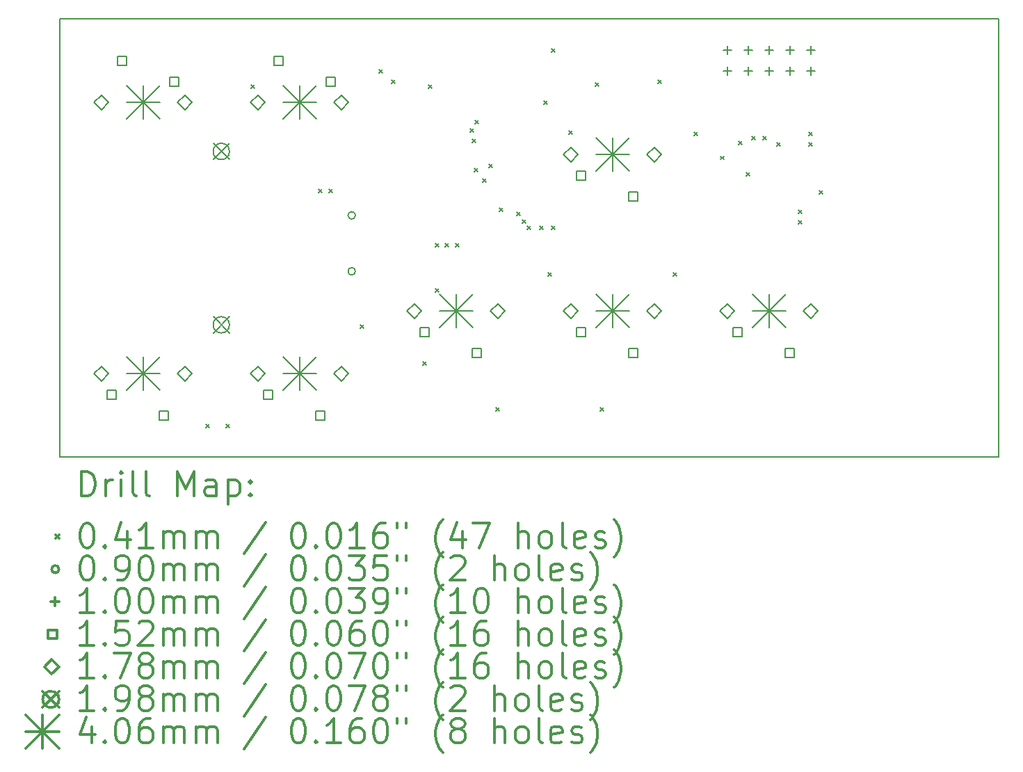
<source format=gbr>
%FSLAX45Y45*%
G04 Gerber Fmt 4.5, Leading zero omitted, Abs format (unit mm)*
G04 Created by KiCad (PCBNEW 4.0.4-stable) date 10/20/17 22:24:42*
%MOMM*%
%LPD*%
G01*
G04 APERTURE LIST*
%ADD10C,0.127000*%
%ADD11C,0.150000*%
%ADD12C,0.200000*%
%ADD13C,0.300000*%
G04 APERTURE END LIST*
D10*
D11*
X7874000Y-12827000D02*
X7874000Y-7493000D01*
X19304000Y-12827000D02*
X7874000Y-12827000D01*
X19304000Y-7493000D02*
X19304000Y-12827000D01*
X7874000Y-7493000D02*
X19304000Y-7493000D01*
D12*
X9655080Y-12425680D02*
X9695720Y-12466320D01*
X9695720Y-12425680D02*
X9655080Y-12466320D01*
X9903080Y-12425680D02*
X9943720Y-12466320D01*
X9943720Y-12425680D02*
X9903080Y-12466320D01*
X10203180Y-8298180D02*
X10243820Y-8338820D01*
X10243820Y-8298180D02*
X10203180Y-8338820D01*
X11028680Y-9568180D02*
X11069320Y-9608820D01*
X11069320Y-9568180D02*
X11028680Y-9608820D01*
X11155680Y-9568180D02*
X11196320Y-9608820D01*
X11196320Y-9568180D02*
X11155680Y-9608820D01*
X11536680Y-11219180D02*
X11577320Y-11259820D01*
X11577320Y-11219180D02*
X11536680Y-11259820D01*
X11765280Y-8107680D02*
X11805920Y-8148320D01*
X11805920Y-8107680D02*
X11765280Y-8148320D01*
X11917680Y-8234680D02*
X11958320Y-8275320D01*
X11958320Y-8234680D02*
X11917680Y-8275320D01*
X12298680Y-11663680D02*
X12339320Y-11704320D01*
X12339320Y-11663680D02*
X12298680Y-11704320D01*
X12362180Y-8298180D02*
X12402820Y-8338820D01*
X12402820Y-8298180D02*
X12362180Y-8338820D01*
X12451080Y-10228580D02*
X12491720Y-10269220D01*
X12491720Y-10228580D02*
X12451080Y-10269220D01*
X12451080Y-10774680D02*
X12491720Y-10815320D01*
X12491720Y-10774680D02*
X12451080Y-10815320D01*
X12565380Y-10228580D02*
X12606020Y-10269220D01*
X12606020Y-10228580D02*
X12565380Y-10269220D01*
X12692380Y-10228580D02*
X12733020Y-10269220D01*
X12733020Y-10228580D02*
X12692380Y-10269220D01*
X12870180Y-8831580D02*
X12910820Y-8872220D01*
X12910820Y-8831580D02*
X12870180Y-8872220D01*
X12895580Y-8958580D02*
X12936220Y-8999220D01*
X12936220Y-8958580D02*
X12895580Y-8999220D01*
X12920980Y-9314180D02*
X12961620Y-9354820D01*
X12961620Y-9314180D02*
X12920980Y-9354820D01*
X12933680Y-8729980D02*
X12974320Y-8770620D01*
X12974320Y-8729980D02*
X12933680Y-8770620D01*
X13022580Y-9441180D02*
X13063220Y-9481820D01*
X13063220Y-9441180D02*
X13022580Y-9481820D01*
X13098780Y-9263380D02*
X13139420Y-9304020D01*
X13139420Y-9263380D02*
X13098780Y-9304020D01*
X13187680Y-12222480D02*
X13228320Y-12263120D01*
X13228320Y-12222480D02*
X13187680Y-12263120D01*
X13225780Y-9796780D02*
X13266420Y-9837420D01*
X13266420Y-9796780D02*
X13225780Y-9837420D01*
X13441680Y-9847580D02*
X13482320Y-9888220D01*
X13482320Y-9847580D02*
X13441680Y-9888220D01*
X13505180Y-9936480D02*
X13545820Y-9977120D01*
X13545820Y-9936480D02*
X13505180Y-9977120D01*
X13568680Y-10012680D02*
X13609320Y-10053320D01*
X13609320Y-10012680D02*
X13568680Y-10053320D01*
X13721080Y-10012680D02*
X13761720Y-10053320D01*
X13761720Y-10012680D02*
X13721080Y-10053320D01*
X13771880Y-8488680D02*
X13812520Y-8529320D01*
X13812520Y-8488680D02*
X13771880Y-8529320D01*
X13822680Y-10584180D02*
X13863320Y-10624820D01*
X13863320Y-10584180D02*
X13822680Y-10624820D01*
X13860780Y-7853680D02*
X13901420Y-7894320D01*
X13901420Y-7853680D02*
X13860780Y-7894320D01*
X13860780Y-10013950D02*
X13901420Y-10054590D01*
X13901420Y-10013950D02*
X13860780Y-10054590D01*
X14076680Y-8856980D02*
X14117320Y-8897620D01*
X14117320Y-8856980D02*
X14076680Y-8897620D01*
X14394180Y-8272780D02*
X14434820Y-8313420D01*
X14434820Y-8272780D02*
X14394180Y-8313420D01*
X14457680Y-12222480D02*
X14498320Y-12263120D01*
X14498320Y-12222480D02*
X14457680Y-12263120D01*
X15156180Y-8234680D02*
X15196820Y-8275320D01*
X15196820Y-8234680D02*
X15156180Y-8275320D01*
X15346680Y-10584180D02*
X15387320Y-10624820D01*
X15387320Y-10584180D02*
X15346680Y-10624820D01*
X15600680Y-8869680D02*
X15641320Y-8910320D01*
X15641320Y-8869680D02*
X15600680Y-8910320D01*
X15918180Y-9163134D02*
X15958820Y-9203774D01*
X15958820Y-9163134D02*
X15918180Y-9203774D01*
X16140430Y-8977630D02*
X16181070Y-9018270D01*
X16181070Y-8977630D02*
X16140430Y-9018270D01*
X16235680Y-9364980D02*
X16276320Y-9405620D01*
X16276320Y-9364980D02*
X16235680Y-9405620D01*
X16301021Y-8921585D02*
X16341661Y-8962225D01*
X16341661Y-8921585D02*
X16301021Y-8962225D01*
X16438880Y-8919660D02*
X16479520Y-8960300D01*
X16479520Y-8919660D02*
X16438880Y-8960300D01*
X16603980Y-8996680D02*
X16644620Y-9037320D01*
X16644620Y-8996680D02*
X16603980Y-9037320D01*
X16870680Y-9822180D02*
X16911320Y-9862820D01*
X16911320Y-9822180D02*
X16870680Y-9862820D01*
X16870680Y-9949180D02*
X16911320Y-9989820D01*
X16911320Y-9949180D02*
X16870680Y-9989820D01*
X16997680Y-8869680D02*
X17038320Y-8910320D01*
X17038320Y-8869680D02*
X16997680Y-8910320D01*
X16997680Y-8996680D02*
X17038320Y-9037320D01*
X17038320Y-8996680D02*
X16997680Y-9037320D01*
X17124680Y-9580880D02*
X17165320Y-9621520D01*
X17165320Y-9580880D02*
X17124680Y-9621520D01*
X11475000Y-9883500D02*
G75*
G03X11475000Y-9883500I-45000J0D01*
G01*
X11475000Y-10563500D02*
G75*
G03X11475000Y-10563500I-45000J0D01*
G01*
X16002000Y-7824000D02*
X16002000Y-7924000D01*
X15952000Y-7874000D02*
X16052000Y-7874000D01*
X16002000Y-8078000D02*
X16002000Y-8178000D01*
X15952000Y-8128000D02*
X16052000Y-8128000D01*
X16256000Y-7824000D02*
X16256000Y-7924000D01*
X16206000Y-7874000D02*
X16306000Y-7874000D01*
X16256000Y-8078000D02*
X16256000Y-8178000D01*
X16206000Y-8128000D02*
X16306000Y-8128000D01*
X16510000Y-7824000D02*
X16510000Y-7924000D01*
X16460000Y-7874000D02*
X16560000Y-7874000D01*
X16510000Y-8078000D02*
X16510000Y-8178000D01*
X16460000Y-8128000D02*
X16560000Y-8128000D01*
X16764000Y-7824000D02*
X16764000Y-7924000D01*
X16714000Y-7874000D02*
X16814000Y-7874000D01*
X16764000Y-8078000D02*
X16764000Y-8178000D01*
X16714000Y-8128000D02*
X16814000Y-8128000D01*
X17018000Y-7824000D02*
X17018000Y-7924000D01*
X16968000Y-7874000D02*
X17068000Y-7874000D01*
X17018000Y-8078000D02*
X17018000Y-8178000D01*
X16968000Y-8128000D02*
X17068000Y-8128000D01*
X8562882Y-12118882D02*
X8562882Y-12011118D01*
X8455118Y-12011118D01*
X8455118Y-12118882D01*
X8562882Y-12118882D01*
X8689882Y-8054882D02*
X8689882Y-7947118D01*
X8582118Y-7947118D01*
X8582118Y-8054882D01*
X8689882Y-8054882D01*
X9197882Y-12372882D02*
X9197882Y-12265118D01*
X9090118Y-12265118D01*
X9090118Y-12372882D01*
X9197882Y-12372882D01*
X9324882Y-8308882D02*
X9324882Y-8201118D01*
X9217118Y-8201118D01*
X9217118Y-8308882D01*
X9324882Y-8308882D01*
X10467882Y-12118882D02*
X10467882Y-12011118D01*
X10360118Y-12011118D01*
X10360118Y-12118882D01*
X10467882Y-12118882D01*
X10594882Y-8054882D02*
X10594882Y-7947118D01*
X10487118Y-7947118D01*
X10487118Y-8054882D01*
X10594882Y-8054882D01*
X11102882Y-12372882D02*
X11102882Y-12265118D01*
X10995118Y-12265118D01*
X10995118Y-12372882D01*
X11102882Y-12372882D01*
X11229882Y-8308882D02*
X11229882Y-8201118D01*
X11122118Y-8201118D01*
X11122118Y-8308882D01*
X11229882Y-8308882D01*
X12372882Y-11356882D02*
X12372882Y-11249118D01*
X12265118Y-11249118D01*
X12265118Y-11356882D01*
X12372882Y-11356882D01*
X13007882Y-11610882D02*
X13007882Y-11503118D01*
X12900118Y-11503118D01*
X12900118Y-11610882D01*
X13007882Y-11610882D01*
X14277882Y-9451882D02*
X14277882Y-9344118D01*
X14170118Y-9344118D01*
X14170118Y-9451882D01*
X14277882Y-9451882D01*
X14277882Y-11356882D02*
X14277882Y-11249118D01*
X14170118Y-11249118D01*
X14170118Y-11356882D01*
X14277882Y-11356882D01*
X14912882Y-9705882D02*
X14912882Y-9598118D01*
X14805118Y-9598118D01*
X14805118Y-9705882D01*
X14912882Y-9705882D01*
X14912882Y-11610882D02*
X14912882Y-11503118D01*
X14805118Y-11503118D01*
X14805118Y-11610882D01*
X14912882Y-11610882D01*
X16182882Y-11356882D02*
X16182882Y-11249118D01*
X16075118Y-11249118D01*
X16075118Y-11356882D01*
X16182882Y-11356882D01*
X16817882Y-11610882D02*
X16817882Y-11503118D01*
X16710118Y-11503118D01*
X16710118Y-11610882D01*
X16817882Y-11610882D01*
X8382000Y-8597900D02*
X8470900Y-8509000D01*
X8382000Y-8420100D01*
X8293100Y-8509000D01*
X8382000Y-8597900D01*
X8382000Y-11899900D02*
X8470900Y-11811000D01*
X8382000Y-11722100D01*
X8293100Y-11811000D01*
X8382000Y-11899900D01*
X9398000Y-8597900D02*
X9486900Y-8509000D01*
X9398000Y-8420100D01*
X9309100Y-8509000D01*
X9398000Y-8597900D01*
X9398000Y-11899900D02*
X9486900Y-11811000D01*
X9398000Y-11722100D01*
X9309100Y-11811000D01*
X9398000Y-11899900D01*
X10287000Y-8597900D02*
X10375900Y-8509000D01*
X10287000Y-8420100D01*
X10198100Y-8509000D01*
X10287000Y-8597900D01*
X10287000Y-11899900D02*
X10375900Y-11811000D01*
X10287000Y-11722100D01*
X10198100Y-11811000D01*
X10287000Y-11899900D01*
X11303000Y-8597900D02*
X11391900Y-8509000D01*
X11303000Y-8420100D01*
X11214100Y-8509000D01*
X11303000Y-8597900D01*
X11303000Y-11899900D02*
X11391900Y-11811000D01*
X11303000Y-11722100D01*
X11214100Y-11811000D01*
X11303000Y-11899900D01*
X12192000Y-11137900D02*
X12280900Y-11049000D01*
X12192000Y-10960100D01*
X12103100Y-11049000D01*
X12192000Y-11137900D01*
X13208000Y-11137900D02*
X13296900Y-11049000D01*
X13208000Y-10960100D01*
X13119100Y-11049000D01*
X13208000Y-11137900D01*
X14097000Y-9232900D02*
X14185900Y-9144000D01*
X14097000Y-9055100D01*
X14008100Y-9144000D01*
X14097000Y-9232900D01*
X14097000Y-11137900D02*
X14185900Y-11049000D01*
X14097000Y-10960100D01*
X14008100Y-11049000D01*
X14097000Y-11137900D01*
X15113000Y-9232900D02*
X15201900Y-9144000D01*
X15113000Y-9055100D01*
X15024100Y-9144000D01*
X15113000Y-9232900D01*
X15113000Y-11137900D02*
X15201900Y-11049000D01*
X15113000Y-10960100D01*
X15024100Y-11049000D01*
X15113000Y-11137900D01*
X16002000Y-11137900D02*
X16090900Y-11049000D01*
X16002000Y-10960100D01*
X15913100Y-11049000D01*
X16002000Y-11137900D01*
X17018000Y-11137900D02*
X17106900Y-11049000D01*
X17018000Y-10960100D01*
X16929100Y-11049000D01*
X17018000Y-11137900D01*
X9743440Y-9005570D02*
X9941560Y-9203690D01*
X9941560Y-9005570D02*
X9743440Y-9203690D01*
X9941560Y-9104630D02*
G75*
G03X9941560Y-9104630I-99060J0D01*
G01*
X9743440Y-11116310D02*
X9941560Y-11314430D01*
X9941560Y-11116310D02*
X9743440Y-11314430D01*
X9941560Y-11215370D02*
G75*
G03X9941560Y-11215370I-99060J0D01*
G01*
X8686800Y-8305800D02*
X9093200Y-8712200D01*
X9093200Y-8305800D02*
X8686800Y-8712200D01*
X8890000Y-8305800D02*
X8890000Y-8712200D01*
X8686800Y-8509000D02*
X9093200Y-8509000D01*
X8686800Y-11607800D02*
X9093200Y-12014200D01*
X9093200Y-11607800D02*
X8686800Y-12014200D01*
X8890000Y-11607800D02*
X8890000Y-12014200D01*
X8686800Y-11811000D02*
X9093200Y-11811000D01*
X10591800Y-8305800D02*
X10998200Y-8712200D01*
X10998200Y-8305800D02*
X10591800Y-8712200D01*
X10795000Y-8305800D02*
X10795000Y-8712200D01*
X10591800Y-8509000D02*
X10998200Y-8509000D01*
X10591800Y-11607800D02*
X10998200Y-12014200D01*
X10998200Y-11607800D02*
X10591800Y-12014200D01*
X10795000Y-11607800D02*
X10795000Y-12014200D01*
X10591800Y-11811000D02*
X10998200Y-11811000D01*
X12496800Y-10845800D02*
X12903200Y-11252200D01*
X12903200Y-10845800D02*
X12496800Y-11252200D01*
X12700000Y-10845800D02*
X12700000Y-11252200D01*
X12496800Y-11049000D02*
X12903200Y-11049000D01*
X14401800Y-8940800D02*
X14808200Y-9347200D01*
X14808200Y-8940800D02*
X14401800Y-9347200D01*
X14605000Y-8940800D02*
X14605000Y-9347200D01*
X14401800Y-9144000D02*
X14808200Y-9144000D01*
X14401800Y-10845800D02*
X14808200Y-11252200D01*
X14808200Y-10845800D02*
X14401800Y-11252200D01*
X14605000Y-10845800D02*
X14605000Y-11252200D01*
X14401800Y-11049000D02*
X14808200Y-11049000D01*
X16306800Y-10845800D02*
X16713200Y-11252200D01*
X16713200Y-10845800D02*
X16306800Y-11252200D01*
X16510000Y-10845800D02*
X16510000Y-11252200D01*
X16306800Y-11049000D02*
X16713200Y-11049000D01*
D13*
X8137928Y-13300214D02*
X8137928Y-13000214D01*
X8209357Y-13000214D01*
X8252214Y-13014500D01*
X8280786Y-13043071D01*
X8295071Y-13071643D01*
X8309357Y-13128786D01*
X8309357Y-13171643D01*
X8295071Y-13228786D01*
X8280786Y-13257357D01*
X8252214Y-13285929D01*
X8209357Y-13300214D01*
X8137928Y-13300214D01*
X8437929Y-13300214D02*
X8437929Y-13100214D01*
X8437929Y-13157357D02*
X8452214Y-13128786D01*
X8466500Y-13114500D01*
X8495071Y-13100214D01*
X8523643Y-13100214D01*
X8623643Y-13300214D02*
X8623643Y-13100214D01*
X8623643Y-13000214D02*
X8609357Y-13014500D01*
X8623643Y-13028786D01*
X8637929Y-13014500D01*
X8623643Y-13000214D01*
X8623643Y-13028786D01*
X8809357Y-13300214D02*
X8780786Y-13285929D01*
X8766500Y-13257357D01*
X8766500Y-13000214D01*
X8966500Y-13300214D02*
X8937929Y-13285929D01*
X8923643Y-13257357D01*
X8923643Y-13000214D01*
X9309357Y-13300214D02*
X9309357Y-13000214D01*
X9409357Y-13214500D01*
X9509357Y-13000214D01*
X9509357Y-13300214D01*
X9780786Y-13300214D02*
X9780786Y-13143071D01*
X9766500Y-13114500D01*
X9737929Y-13100214D01*
X9680786Y-13100214D01*
X9652214Y-13114500D01*
X9780786Y-13285929D02*
X9752214Y-13300214D01*
X9680786Y-13300214D01*
X9652214Y-13285929D01*
X9637929Y-13257357D01*
X9637929Y-13228786D01*
X9652214Y-13200214D01*
X9680786Y-13185929D01*
X9752214Y-13185929D01*
X9780786Y-13171643D01*
X9923643Y-13100214D02*
X9923643Y-13400214D01*
X9923643Y-13114500D02*
X9952214Y-13100214D01*
X10009357Y-13100214D01*
X10037929Y-13114500D01*
X10052214Y-13128786D01*
X10066500Y-13157357D01*
X10066500Y-13243071D01*
X10052214Y-13271643D01*
X10037929Y-13285929D01*
X10009357Y-13300214D01*
X9952214Y-13300214D01*
X9923643Y-13285929D01*
X10195071Y-13271643D02*
X10209357Y-13285929D01*
X10195071Y-13300214D01*
X10180786Y-13285929D01*
X10195071Y-13271643D01*
X10195071Y-13300214D01*
X10195071Y-13114500D02*
X10209357Y-13128786D01*
X10195071Y-13143071D01*
X10180786Y-13128786D01*
X10195071Y-13114500D01*
X10195071Y-13143071D01*
X7825860Y-13774180D02*
X7866500Y-13814820D01*
X7866500Y-13774180D02*
X7825860Y-13814820D01*
X8195071Y-13630214D02*
X8223643Y-13630214D01*
X8252214Y-13644500D01*
X8266500Y-13658786D01*
X8280786Y-13687357D01*
X8295071Y-13744500D01*
X8295071Y-13815929D01*
X8280786Y-13873071D01*
X8266500Y-13901643D01*
X8252214Y-13915929D01*
X8223643Y-13930214D01*
X8195071Y-13930214D01*
X8166500Y-13915929D01*
X8152214Y-13901643D01*
X8137928Y-13873071D01*
X8123643Y-13815929D01*
X8123643Y-13744500D01*
X8137928Y-13687357D01*
X8152214Y-13658786D01*
X8166500Y-13644500D01*
X8195071Y-13630214D01*
X8423643Y-13901643D02*
X8437929Y-13915929D01*
X8423643Y-13930214D01*
X8409357Y-13915929D01*
X8423643Y-13901643D01*
X8423643Y-13930214D01*
X8695071Y-13730214D02*
X8695071Y-13930214D01*
X8623643Y-13615929D02*
X8552214Y-13830214D01*
X8737928Y-13830214D01*
X9009357Y-13930214D02*
X8837929Y-13930214D01*
X8923643Y-13930214D02*
X8923643Y-13630214D01*
X8895071Y-13673071D01*
X8866500Y-13701643D01*
X8837929Y-13715929D01*
X9137929Y-13930214D02*
X9137929Y-13730214D01*
X9137929Y-13758786D02*
X9152214Y-13744500D01*
X9180786Y-13730214D01*
X9223643Y-13730214D01*
X9252214Y-13744500D01*
X9266500Y-13773071D01*
X9266500Y-13930214D01*
X9266500Y-13773071D02*
X9280786Y-13744500D01*
X9309357Y-13730214D01*
X9352214Y-13730214D01*
X9380786Y-13744500D01*
X9395071Y-13773071D01*
X9395071Y-13930214D01*
X9537929Y-13930214D02*
X9537929Y-13730214D01*
X9537929Y-13758786D02*
X9552214Y-13744500D01*
X9580786Y-13730214D01*
X9623643Y-13730214D01*
X9652214Y-13744500D01*
X9666500Y-13773071D01*
X9666500Y-13930214D01*
X9666500Y-13773071D02*
X9680786Y-13744500D01*
X9709357Y-13730214D01*
X9752214Y-13730214D01*
X9780786Y-13744500D01*
X9795071Y-13773071D01*
X9795071Y-13930214D01*
X10380786Y-13615929D02*
X10123643Y-14001643D01*
X10766500Y-13630214D02*
X10795071Y-13630214D01*
X10823643Y-13644500D01*
X10837928Y-13658786D01*
X10852214Y-13687357D01*
X10866500Y-13744500D01*
X10866500Y-13815929D01*
X10852214Y-13873071D01*
X10837928Y-13901643D01*
X10823643Y-13915929D01*
X10795071Y-13930214D01*
X10766500Y-13930214D01*
X10737928Y-13915929D01*
X10723643Y-13901643D01*
X10709357Y-13873071D01*
X10695071Y-13815929D01*
X10695071Y-13744500D01*
X10709357Y-13687357D01*
X10723643Y-13658786D01*
X10737928Y-13644500D01*
X10766500Y-13630214D01*
X10995071Y-13901643D02*
X11009357Y-13915929D01*
X10995071Y-13930214D01*
X10980786Y-13915929D01*
X10995071Y-13901643D01*
X10995071Y-13930214D01*
X11195071Y-13630214D02*
X11223643Y-13630214D01*
X11252214Y-13644500D01*
X11266500Y-13658786D01*
X11280785Y-13687357D01*
X11295071Y-13744500D01*
X11295071Y-13815929D01*
X11280785Y-13873071D01*
X11266500Y-13901643D01*
X11252214Y-13915929D01*
X11223643Y-13930214D01*
X11195071Y-13930214D01*
X11166500Y-13915929D01*
X11152214Y-13901643D01*
X11137928Y-13873071D01*
X11123643Y-13815929D01*
X11123643Y-13744500D01*
X11137928Y-13687357D01*
X11152214Y-13658786D01*
X11166500Y-13644500D01*
X11195071Y-13630214D01*
X11580785Y-13930214D02*
X11409357Y-13930214D01*
X11495071Y-13930214D02*
X11495071Y-13630214D01*
X11466500Y-13673071D01*
X11437928Y-13701643D01*
X11409357Y-13715929D01*
X11837928Y-13630214D02*
X11780785Y-13630214D01*
X11752214Y-13644500D01*
X11737928Y-13658786D01*
X11709357Y-13701643D01*
X11695071Y-13758786D01*
X11695071Y-13873071D01*
X11709357Y-13901643D01*
X11723643Y-13915929D01*
X11752214Y-13930214D01*
X11809357Y-13930214D01*
X11837928Y-13915929D01*
X11852214Y-13901643D01*
X11866500Y-13873071D01*
X11866500Y-13801643D01*
X11852214Y-13773071D01*
X11837928Y-13758786D01*
X11809357Y-13744500D01*
X11752214Y-13744500D01*
X11723643Y-13758786D01*
X11709357Y-13773071D01*
X11695071Y-13801643D01*
X11980786Y-13630214D02*
X11980786Y-13687357D01*
X12095071Y-13630214D02*
X12095071Y-13687357D01*
X12537928Y-14044500D02*
X12523643Y-14030214D01*
X12495071Y-13987357D01*
X12480785Y-13958786D01*
X12466500Y-13915929D01*
X12452214Y-13844500D01*
X12452214Y-13787357D01*
X12466500Y-13715929D01*
X12480785Y-13673071D01*
X12495071Y-13644500D01*
X12523643Y-13601643D01*
X12537928Y-13587357D01*
X12780785Y-13730214D02*
X12780785Y-13930214D01*
X12709357Y-13615929D02*
X12637928Y-13830214D01*
X12823643Y-13830214D01*
X12909357Y-13630214D02*
X13109357Y-13630214D01*
X12980785Y-13930214D01*
X13452214Y-13930214D02*
X13452214Y-13630214D01*
X13580785Y-13930214D02*
X13580785Y-13773071D01*
X13566500Y-13744500D01*
X13537928Y-13730214D01*
X13495071Y-13730214D01*
X13466500Y-13744500D01*
X13452214Y-13758786D01*
X13766500Y-13930214D02*
X13737928Y-13915929D01*
X13723643Y-13901643D01*
X13709357Y-13873071D01*
X13709357Y-13787357D01*
X13723643Y-13758786D01*
X13737928Y-13744500D01*
X13766500Y-13730214D01*
X13809357Y-13730214D01*
X13837928Y-13744500D01*
X13852214Y-13758786D01*
X13866500Y-13787357D01*
X13866500Y-13873071D01*
X13852214Y-13901643D01*
X13837928Y-13915929D01*
X13809357Y-13930214D01*
X13766500Y-13930214D01*
X14037928Y-13930214D02*
X14009357Y-13915929D01*
X13995071Y-13887357D01*
X13995071Y-13630214D01*
X14266500Y-13915929D02*
X14237928Y-13930214D01*
X14180786Y-13930214D01*
X14152214Y-13915929D01*
X14137928Y-13887357D01*
X14137928Y-13773071D01*
X14152214Y-13744500D01*
X14180786Y-13730214D01*
X14237928Y-13730214D01*
X14266500Y-13744500D01*
X14280786Y-13773071D01*
X14280786Y-13801643D01*
X14137928Y-13830214D01*
X14395071Y-13915929D02*
X14423643Y-13930214D01*
X14480786Y-13930214D01*
X14509357Y-13915929D01*
X14523643Y-13887357D01*
X14523643Y-13873071D01*
X14509357Y-13844500D01*
X14480786Y-13830214D01*
X14437928Y-13830214D01*
X14409357Y-13815929D01*
X14395071Y-13787357D01*
X14395071Y-13773071D01*
X14409357Y-13744500D01*
X14437928Y-13730214D01*
X14480786Y-13730214D01*
X14509357Y-13744500D01*
X14623643Y-14044500D02*
X14637928Y-14030214D01*
X14666500Y-13987357D01*
X14680786Y-13958786D01*
X14695071Y-13915929D01*
X14709357Y-13844500D01*
X14709357Y-13787357D01*
X14695071Y-13715929D01*
X14680786Y-13673071D01*
X14666500Y-13644500D01*
X14637928Y-13601643D01*
X14623643Y-13587357D01*
X7866500Y-14190500D02*
G75*
G03X7866500Y-14190500I-45000J0D01*
G01*
X8195071Y-14026214D02*
X8223643Y-14026214D01*
X8252214Y-14040500D01*
X8266500Y-14054786D01*
X8280786Y-14083357D01*
X8295071Y-14140500D01*
X8295071Y-14211929D01*
X8280786Y-14269071D01*
X8266500Y-14297643D01*
X8252214Y-14311929D01*
X8223643Y-14326214D01*
X8195071Y-14326214D01*
X8166500Y-14311929D01*
X8152214Y-14297643D01*
X8137928Y-14269071D01*
X8123643Y-14211929D01*
X8123643Y-14140500D01*
X8137928Y-14083357D01*
X8152214Y-14054786D01*
X8166500Y-14040500D01*
X8195071Y-14026214D01*
X8423643Y-14297643D02*
X8437929Y-14311929D01*
X8423643Y-14326214D01*
X8409357Y-14311929D01*
X8423643Y-14297643D01*
X8423643Y-14326214D01*
X8580786Y-14326214D02*
X8637928Y-14326214D01*
X8666500Y-14311929D01*
X8680786Y-14297643D01*
X8709357Y-14254786D01*
X8723643Y-14197643D01*
X8723643Y-14083357D01*
X8709357Y-14054786D01*
X8695071Y-14040500D01*
X8666500Y-14026214D01*
X8609357Y-14026214D01*
X8580786Y-14040500D01*
X8566500Y-14054786D01*
X8552214Y-14083357D01*
X8552214Y-14154786D01*
X8566500Y-14183357D01*
X8580786Y-14197643D01*
X8609357Y-14211929D01*
X8666500Y-14211929D01*
X8695071Y-14197643D01*
X8709357Y-14183357D01*
X8723643Y-14154786D01*
X8909357Y-14026214D02*
X8937929Y-14026214D01*
X8966500Y-14040500D01*
X8980786Y-14054786D01*
X8995071Y-14083357D01*
X9009357Y-14140500D01*
X9009357Y-14211929D01*
X8995071Y-14269071D01*
X8980786Y-14297643D01*
X8966500Y-14311929D01*
X8937929Y-14326214D01*
X8909357Y-14326214D01*
X8880786Y-14311929D01*
X8866500Y-14297643D01*
X8852214Y-14269071D01*
X8837929Y-14211929D01*
X8837929Y-14140500D01*
X8852214Y-14083357D01*
X8866500Y-14054786D01*
X8880786Y-14040500D01*
X8909357Y-14026214D01*
X9137929Y-14326214D02*
X9137929Y-14126214D01*
X9137929Y-14154786D02*
X9152214Y-14140500D01*
X9180786Y-14126214D01*
X9223643Y-14126214D01*
X9252214Y-14140500D01*
X9266500Y-14169071D01*
X9266500Y-14326214D01*
X9266500Y-14169071D02*
X9280786Y-14140500D01*
X9309357Y-14126214D01*
X9352214Y-14126214D01*
X9380786Y-14140500D01*
X9395071Y-14169071D01*
X9395071Y-14326214D01*
X9537929Y-14326214D02*
X9537929Y-14126214D01*
X9537929Y-14154786D02*
X9552214Y-14140500D01*
X9580786Y-14126214D01*
X9623643Y-14126214D01*
X9652214Y-14140500D01*
X9666500Y-14169071D01*
X9666500Y-14326214D01*
X9666500Y-14169071D02*
X9680786Y-14140500D01*
X9709357Y-14126214D01*
X9752214Y-14126214D01*
X9780786Y-14140500D01*
X9795071Y-14169071D01*
X9795071Y-14326214D01*
X10380786Y-14011929D02*
X10123643Y-14397643D01*
X10766500Y-14026214D02*
X10795071Y-14026214D01*
X10823643Y-14040500D01*
X10837928Y-14054786D01*
X10852214Y-14083357D01*
X10866500Y-14140500D01*
X10866500Y-14211929D01*
X10852214Y-14269071D01*
X10837928Y-14297643D01*
X10823643Y-14311929D01*
X10795071Y-14326214D01*
X10766500Y-14326214D01*
X10737928Y-14311929D01*
X10723643Y-14297643D01*
X10709357Y-14269071D01*
X10695071Y-14211929D01*
X10695071Y-14140500D01*
X10709357Y-14083357D01*
X10723643Y-14054786D01*
X10737928Y-14040500D01*
X10766500Y-14026214D01*
X10995071Y-14297643D02*
X11009357Y-14311929D01*
X10995071Y-14326214D01*
X10980786Y-14311929D01*
X10995071Y-14297643D01*
X10995071Y-14326214D01*
X11195071Y-14026214D02*
X11223643Y-14026214D01*
X11252214Y-14040500D01*
X11266500Y-14054786D01*
X11280785Y-14083357D01*
X11295071Y-14140500D01*
X11295071Y-14211929D01*
X11280785Y-14269071D01*
X11266500Y-14297643D01*
X11252214Y-14311929D01*
X11223643Y-14326214D01*
X11195071Y-14326214D01*
X11166500Y-14311929D01*
X11152214Y-14297643D01*
X11137928Y-14269071D01*
X11123643Y-14211929D01*
X11123643Y-14140500D01*
X11137928Y-14083357D01*
X11152214Y-14054786D01*
X11166500Y-14040500D01*
X11195071Y-14026214D01*
X11395071Y-14026214D02*
X11580785Y-14026214D01*
X11480785Y-14140500D01*
X11523643Y-14140500D01*
X11552214Y-14154786D01*
X11566500Y-14169071D01*
X11580785Y-14197643D01*
X11580785Y-14269071D01*
X11566500Y-14297643D01*
X11552214Y-14311929D01*
X11523643Y-14326214D01*
X11437928Y-14326214D01*
X11409357Y-14311929D01*
X11395071Y-14297643D01*
X11852214Y-14026214D02*
X11709357Y-14026214D01*
X11695071Y-14169071D01*
X11709357Y-14154786D01*
X11737928Y-14140500D01*
X11809357Y-14140500D01*
X11837928Y-14154786D01*
X11852214Y-14169071D01*
X11866500Y-14197643D01*
X11866500Y-14269071D01*
X11852214Y-14297643D01*
X11837928Y-14311929D01*
X11809357Y-14326214D01*
X11737928Y-14326214D01*
X11709357Y-14311929D01*
X11695071Y-14297643D01*
X11980786Y-14026214D02*
X11980786Y-14083357D01*
X12095071Y-14026214D02*
X12095071Y-14083357D01*
X12537928Y-14440500D02*
X12523643Y-14426214D01*
X12495071Y-14383357D01*
X12480785Y-14354786D01*
X12466500Y-14311929D01*
X12452214Y-14240500D01*
X12452214Y-14183357D01*
X12466500Y-14111929D01*
X12480785Y-14069071D01*
X12495071Y-14040500D01*
X12523643Y-13997643D01*
X12537928Y-13983357D01*
X12637928Y-14054786D02*
X12652214Y-14040500D01*
X12680785Y-14026214D01*
X12752214Y-14026214D01*
X12780785Y-14040500D01*
X12795071Y-14054786D01*
X12809357Y-14083357D01*
X12809357Y-14111929D01*
X12795071Y-14154786D01*
X12623643Y-14326214D01*
X12809357Y-14326214D01*
X13166500Y-14326214D02*
X13166500Y-14026214D01*
X13295071Y-14326214D02*
X13295071Y-14169071D01*
X13280785Y-14140500D01*
X13252214Y-14126214D01*
X13209357Y-14126214D01*
X13180785Y-14140500D01*
X13166500Y-14154786D01*
X13480785Y-14326214D02*
X13452214Y-14311929D01*
X13437928Y-14297643D01*
X13423643Y-14269071D01*
X13423643Y-14183357D01*
X13437928Y-14154786D01*
X13452214Y-14140500D01*
X13480785Y-14126214D01*
X13523643Y-14126214D01*
X13552214Y-14140500D01*
X13566500Y-14154786D01*
X13580785Y-14183357D01*
X13580785Y-14269071D01*
X13566500Y-14297643D01*
X13552214Y-14311929D01*
X13523643Y-14326214D01*
X13480785Y-14326214D01*
X13752214Y-14326214D02*
X13723643Y-14311929D01*
X13709357Y-14283357D01*
X13709357Y-14026214D01*
X13980786Y-14311929D02*
X13952214Y-14326214D01*
X13895071Y-14326214D01*
X13866500Y-14311929D01*
X13852214Y-14283357D01*
X13852214Y-14169071D01*
X13866500Y-14140500D01*
X13895071Y-14126214D01*
X13952214Y-14126214D01*
X13980786Y-14140500D01*
X13995071Y-14169071D01*
X13995071Y-14197643D01*
X13852214Y-14226214D01*
X14109357Y-14311929D02*
X14137928Y-14326214D01*
X14195071Y-14326214D01*
X14223643Y-14311929D01*
X14237928Y-14283357D01*
X14237928Y-14269071D01*
X14223643Y-14240500D01*
X14195071Y-14226214D01*
X14152214Y-14226214D01*
X14123643Y-14211929D01*
X14109357Y-14183357D01*
X14109357Y-14169071D01*
X14123643Y-14140500D01*
X14152214Y-14126214D01*
X14195071Y-14126214D01*
X14223643Y-14140500D01*
X14337928Y-14440500D02*
X14352214Y-14426214D01*
X14380786Y-14383357D01*
X14395071Y-14354786D01*
X14409357Y-14311929D01*
X14423643Y-14240500D01*
X14423643Y-14183357D01*
X14409357Y-14111929D01*
X14395071Y-14069071D01*
X14380786Y-14040500D01*
X14352214Y-13997643D01*
X14337928Y-13983357D01*
X7816500Y-14536500D02*
X7816500Y-14636500D01*
X7766500Y-14586500D02*
X7866500Y-14586500D01*
X8295071Y-14722214D02*
X8123643Y-14722214D01*
X8209357Y-14722214D02*
X8209357Y-14422214D01*
X8180786Y-14465071D01*
X8152214Y-14493643D01*
X8123643Y-14507929D01*
X8423643Y-14693643D02*
X8437929Y-14707929D01*
X8423643Y-14722214D01*
X8409357Y-14707929D01*
X8423643Y-14693643D01*
X8423643Y-14722214D01*
X8623643Y-14422214D02*
X8652214Y-14422214D01*
X8680786Y-14436500D01*
X8695071Y-14450786D01*
X8709357Y-14479357D01*
X8723643Y-14536500D01*
X8723643Y-14607929D01*
X8709357Y-14665071D01*
X8695071Y-14693643D01*
X8680786Y-14707929D01*
X8652214Y-14722214D01*
X8623643Y-14722214D01*
X8595071Y-14707929D01*
X8580786Y-14693643D01*
X8566500Y-14665071D01*
X8552214Y-14607929D01*
X8552214Y-14536500D01*
X8566500Y-14479357D01*
X8580786Y-14450786D01*
X8595071Y-14436500D01*
X8623643Y-14422214D01*
X8909357Y-14422214D02*
X8937929Y-14422214D01*
X8966500Y-14436500D01*
X8980786Y-14450786D01*
X8995071Y-14479357D01*
X9009357Y-14536500D01*
X9009357Y-14607929D01*
X8995071Y-14665071D01*
X8980786Y-14693643D01*
X8966500Y-14707929D01*
X8937929Y-14722214D01*
X8909357Y-14722214D01*
X8880786Y-14707929D01*
X8866500Y-14693643D01*
X8852214Y-14665071D01*
X8837929Y-14607929D01*
X8837929Y-14536500D01*
X8852214Y-14479357D01*
X8866500Y-14450786D01*
X8880786Y-14436500D01*
X8909357Y-14422214D01*
X9137929Y-14722214D02*
X9137929Y-14522214D01*
X9137929Y-14550786D02*
X9152214Y-14536500D01*
X9180786Y-14522214D01*
X9223643Y-14522214D01*
X9252214Y-14536500D01*
X9266500Y-14565071D01*
X9266500Y-14722214D01*
X9266500Y-14565071D02*
X9280786Y-14536500D01*
X9309357Y-14522214D01*
X9352214Y-14522214D01*
X9380786Y-14536500D01*
X9395071Y-14565071D01*
X9395071Y-14722214D01*
X9537929Y-14722214D02*
X9537929Y-14522214D01*
X9537929Y-14550786D02*
X9552214Y-14536500D01*
X9580786Y-14522214D01*
X9623643Y-14522214D01*
X9652214Y-14536500D01*
X9666500Y-14565071D01*
X9666500Y-14722214D01*
X9666500Y-14565071D02*
X9680786Y-14536500D01*
X9709357Y-14522214D01*
X9752214Y-14522214D01*
X9780786Y-14536500D01*
X9795071Y-14565071D01*
X9795071Y-14722214D01*
X10380786Y-14407929D02*
X10123643Y-14793643D01*
X10766500Y-14422214D02*
X10795071Y-14422214D01*
X10823643Y-14436500D01*
X10837928Y-14450786D01*
X10852214Y-14479357D01*
X10866500Y-14536500D01*
X10866500Y-14607929D01*
X10852214Y-14665071D01*
X10837928Y-14693643D01*
X10823643Y-14707929D01*
X10795071Y-14722214D01*
X10766500Y-14722214D01*
X10737928Y-14707929D01*
X10723643Y-14693643D01*
X10709357Y-14665071D01*
X10695071Y-14607929D01*
X10695071Y-14536500D01*
X10709357Y-14479357D01*
X10723643Y-14450786D01*
X10737928Y-14436500D01*
X10766500Y-14422214D01*
X10995071Y-14693643D02*
X11009357Y-14707929D01*
X10995071Y-14722214D01*
X10980786Y-14707929D01*
X10995071Y-14693643D01*
X10995071Y-14722214D01*
X11195071Y-14422214D02*
X11223643Y-14422214D01*
X11252214Y-14436500D01*
X11266500Y-14450786D01*
X11280785Y-14479357D01*
X11295071Y-14536500D01*
X11295071Y-14607929D01*
X11280785Y-14665071D01*
X11266500Y-14693643D01*
X11252214Y-14707929D01*
X11223643Y-14722214D01*
X11195071Y-14722214D01*
X11166500Y-14707929D01*
X11152214Y-14693643D01*
X11137928Y-14665071D01*
X11123643Y-14607929D01*
X11123643Y-14536500D01*
X11137928Y-14479357D01*
X11152214Y-14450786D01*
X11166500Y-14436500D01*
X11195071Y-14422214D01*
X11395071Y-14422214D02*
X11580785Y-14422214D01*
X11480785Y-14536500D01*
X11523643Y-14536500D01*
X11552214Y-14550786D01*
X11566500Y-14565071D01*
X11580785Y-14593643D01*
X11580785Y-14665071D01*
X11566500Y-14693643D01*
X11552214Y-14707929D01*
X11523643Y-14722214D01*
X11437928Y-14722214D01*
X11409357Y-14707929D01*
X11395071Y-14693643D01*
X11723643Y-14722214D02*
X11780785Y-14722214D01*
X11809357Y-14707929D01*
X11823643Y-14693643D01*
X11852214Y-14650786D01*
X11866500Y-14593643D01*
X11866500Y-14479357D01*
X11852214Y-14450786D01*
X11837928Y-14436500D01*
X11809357Y-14422214D01*
X11752214Y-14422214D01*
X11723643Y-14436500D01*
X11709357Y-14450786D01*
X11695071Y-14479357D01*
X11695071Y-14550786D01*
X11709357Y-14579357D01*
X11723643Y-14593643D01*
X11752214Y-14607929D01*
X11809357Y-14607929D01*
X11837928Y-14593643D01*
X11852214Y-14579357D01*
X11866500Y-14550786D01*
X11980786Y-14422214D02*
X11980786Y-14479357D01*
X12095071Y-14422214D02*
X12095071Y-14479357D01*
X12537928Y-14836500D02*
X12523643Y-14822214D01*
X12495071Y-14779357D01*
X12480785Y-14750786D01*
X12466500Y-14707929D01*
X12452214Y-14636500D01*
X12452214Y-14579357D01*
X12466500Y-14507929D01*
X12480785Y-14465071D01*
X12495071Y-14436500D01*
X12523643Y-14393643D01*
X12537928Y-14379357D01*
X12809357Y-14722214D02*
X12637928Y-14722214D01*
X12723643Y-14722214D02*
X12723643Y-14422214D01*
X12695071Y-14465071D01*
X12666500Y-14493643D01*
X12637928Y-14507929D01*
X12995071Y-14422214D02*
X13023643Y-14422214D01*
X13052214Y-14436500D01*
X13066500Y-14450786D01*
X13080785Y-14479357D01*
X13095071Y-14536500D01*
X13095071Y-14607929D01*
X13080785Y-14665071D01*
X13066500Y-14693643D01*
X13052214Y-14707929D01*
X13023643Y-14722214D01*
X12995071Y-14722214D01*
X12966500Y-14707929D01*
X12952214Y-14693643D01*
X12937928Y-14665071D01*
X12923643Y-14607929D01*
X12923643Y-14536500D01*
X12937928Y-14479357D01*
X12952214Y-14450786D01*
X12966500Y-14436500D01*
X12995071Y-14422214D01*
X13452214Y-14722214D02*
X13452214Y-14422214D01*
X13580785Y-14722214D02*
X13580785Y-14565071D01*
X13566500Y-14536500D01*
X13537928Y-14522214D01*
X13495071Y-14522214D01*
X13466500Y-14536500D01*
X13452214Y-14550786D01*
X13766500Y-14722214D02*
X13737928Y-14707929D01*
X13723643Y-14693643D01*
X13709357Y-14665071D01*
X13709357Y-14579357D01*
X13723643Y-14550786D01*
X13737928Y-14536500D01*
X13766500Y-14522214D01*
X13809357Y-14522214D01*
X13837928Y-14536500D01*
X13852214Y-14550786D01*
X13866500Y-14579357D01*
X13866500Y-14665071D01*
X13852214Y-14693643D01*
X13837928Y-14707929D01*
X13809357Y-14722214D01*
X13766500Y-14722214D01*
X14037928Y-14722214D02*
X14009357Y-14707929D01*
X13995071Y-14679357D01*
X13995071Y-14422214D01*
X14266500Y-14707929D02*
X14237928Y-14722214D01*
X14180786Y-14722214D01*
X14152214Y-14707929D01*
X14137928Y-14679357D01*
X14137928Y-14565071D01*
X14152214Y-14536500D01*
X14180786Y-14522214D01*
X14237928Y-14522214D01*
X14266500Y-14536500D01*
X14280786Y-14565071D01*
X14280786Y-14593643D01*
X14137928Y-14622214D01*
X14395071Y-14707929D02*
X14423643Y-14722214D01*
X14480786Y-14722214D01*
X14509357Y-14707929D01*
X14523643Y-14679357D01*
X14523643Y-14665071D01*
X14509357Y-14636500D01*
X14480786Y-14622214D01*
X14437928Y-14622214D01*
X14409357Y-14607929D01*
X14395071Y-14579357D01*
X14395071Y-14565071D01*
X14409357Y-14536500D01*
X14437928Y-14522214D01*
X14480786Y-14522214D01*
X14509357Y-14536500D01*
X14623643Y-14836500D02*
X14637928Y-14822214D01*
X14666500Y-14779357D01*
X14680786Y-14750786D01*
X14695071Y-14707929D01*
X14709357Y-14636500D01*
X14709357Y-14579357D01*
X14695071Y-14507929D01*
X14680786Y-14465071D01*
X14666500Y-14436500D01*
X14637928Y-14393643D01*
X14623643Y-14379357D01*
X7844182Y-15036382D02*
X7844182Y-14928618D01*
X7736418Y-14928618D01*
X7736418Y-15036382D01*
X7844182Y-15036382D01*
X8295071Y-15118214D02*
X8123643Y-15118214D01*
X8209357Y-15118214D02*
X8209357Y-14818214D01*
X8180786Y-14861071D01*
X8152214Y-14889643D01*
X8123643Y-14903929D01*
X8423643Y-15089643D02*
X8437929Y-15103929D01*
X8423643Y-15118214D01*
X8409357Y-15103929D01*
X8423643Y-15089643D01*
X8423643Y-15118214D01*
X8709357Y-14818214D02*
X8566500Y-14818214D01*
X8552214Y-14961071D01*
X8566500Y-14946786D01*
X8595071Y-14932500D01*
X8666500Y-14932500D01*
X8695071Y-14946786D01*
X8709357Y-14961071D01*
X8723643Y-14989643D01*
X8723643Y-15061071D01*
X8709357Y-15089643D01*
X8695071Y-15103929D01*
X8666500Y-15118214D01*
X8595071Y-15118214D01*
X8566500Y-15103929D01*
X8552214Y-15089643D01*
X8837929Y-14846786D02*
X8852214Y-14832500D01*
X8880786Y-14818214D01*
X8952214Y-14818214D01*
X8980786Y-14832500D01*
X8995071Y-14846786D01*
X9009357Y-14875357D01*
X9009357Y-14903929D01*
X8995071Y-14946786D01*
X8823643Y-15118214D01*
X9009357Y-15118214D01*
X9137929Y-15118214D02*
X9137929Y-14918214D01*
X9137929Y-14946786D02*
X9152214Y-14932500D01*
X9180786Y-14918214D01*
X9223643Y-14918214D01*
X9252214Y-14932500D01*
X9266500Y-14961071D01*
X9266500Y-15118214D01*
X9266500Y-14961071D02*
X9280786Y-14932500D01*
X9309357Y-14918214D01*
X9352214Y-14918214D01*
X9380786Y-14932500D01*
X9395071Y-14961071D01*
X9395071Y-15118214D01*
X9537929Y-15118214D02*
X9537929Y-14918214D01*
X9537929Y-14946786D02*
X9552214Y-14932500D01*
X9580786Y-14918214D01*
X9623643Y-14918214D01*
X9652214Y-14932500D01*
X9666500Y-14961071D01*
X9666500Y-15118214D01*
X9666500Y-14961071D02*
X9680786Y-14932500D01*
X9709357Y-14918214D01*
X9752214Y-14918214D01*
X9780786Y-14932500D01*
X9795071Y-14961071D01*
X9795071Y-15118214D01*
X10380786Y-14803929D02*
X10123643Y-15189643D01*
X10766500Y-14818214D02*
X10795071Y-14818214D01*
X10823643Y-14832500D01*
X10837928Y-14846786D01*
X10852214Y-14875357D01*
X10866500Y-14932500D01*
X10866500Y-15003929D01*
X10852214Y-15061071D01*
X10837928Y-15089643D01*
X10823643Y-15103929D01*
X10795071Y-15118214D01*
X10766500Y-15118214D01*
X10737928Y-15103929D01*
X10723643Y-15089643D01*
X10709357Y-15061071D01*
X10695071Y-15003929D01*
X10695071Y-14932500D01*
X10709357Y-14875357D01*
X10723643Y-14846786D01*
X10737928Y-14832500D01*
X10766500Y-14818214D01*
X10995071Y-15089643D02*
X11009357Y-15103929D01*
X10995071Y-15118214D01*
X10980786Y-15103929D01*
X10995071Y-15089643D01*
X10995071Y-15118214D01*
X11195071Y-14818214D02*
X11223643Y-14818214D01*
X11252214Y-14832500D01*
X11266500Y-14846786D01*
X11280785Y-14875357D01*
X11295071Y-14932500D01*
X11295071Y-15003929D01*
X11280785Y-15061071D01*
X11266500Y-15089643D01*
X11252214Y-15103929D01*
X11223643Y-15118214D01*
X11195071Y-15118214D01*
X11166500Y-15103929D01*
X11152214Y-15089643D01*
X11137928Y-15061071D01*
X11123643Y-15003929D01*
X11123643Y-14932500D01*
X11137928Y-14875357D01*
X11152214Y-14846786D01*
X11166500Y-14832500D01*
X11195071Y-14818214D01*
X11552214Y-14818214D02*
X11495071Y-14818214D01*
X11466500Y-14832500D01*
X11452214Y-14846786D01*
X11423643Y-14889643D01*
X11409357Y-14946786D01*
X11409357Y-15061071D01*
X11423643Y-15089643D01*
X11437928Y-15103929D01*
X11466500Y-15118214D01*
X11523643Y-15118214D01*
X11552214Y-15103929D01*
X11566500Y-15089643D01*
X11580785Y-15061071D01*
X11580785Y-14989643D01*
X11566500Y-14961071D01*
X11552214Y-14946786D01*
X11523643Y-14932500D01*
X11466500Y-14932500D01*
X11437928Y-14946786D01*
X11423643Y-14961071D01*
X11409357Y-14989643D01*
X11766500Y-14818214D02*
X11795071Y-14818214D01*
X11823643Y-14832500D01*
X11837928Y-14846786D01*
X11852214Y-14875357D01*
X11866500Y-14932500D01*
X11866500Y-15003929D01*
X11852214Y-15061071D01*
X11837928Y-15089643D01*
X11823643Y-15103929D01*
X11795071Y-15118214D01*
X11766500Y-15118214D01*
X11737928Y-15103929D01*
X11723643Y-15089643D01*
X11709357Y-15061071D01*
X11695071Y-15003929D01*
X11695071Y-14932500D01*
X11709357Y-14875357D01*
X11723643Y-14846786D01*
X11737928Y-14832500D01*
X11766500Y-14818214D01*
X11980786Y-14818214D02*
X11980786Y-14875357D01*
X12095071Y-14818214D02*
X12095071Y-14875357D01*
X12537928Y-15232500D02*
X12523643Y-15218214D01*
X12495071Y-15175357D01*
X12480785Y-15146786D01*
X12466500Y-15103929D01*
X12452214Y-15032500D01*
X12452214Y-14975357D01*
X12466500Y-14903929D01*
X12480785Y-14861071D01*
X12495071Y-14832500D01*
X12523643Y-14789643D01*
X12537928Y-14775357D01*
X12809357Y-15118214D02*
X12637928Y-15118214D01*
X12723643Y-15118214D02*
X12723643Y-14818214D01*
X12695071Y-14861071D01*
X12666500Y-14889643D01*
X12637928Y-14903929D01*
X13066500Y-14818214D02*
X13009357Y-14818214D01*
X12980785Y-14832500D01*
X12966500Y-14846786D01*
X12937928Y-14889643D01*
X12923643Y-14946786D01*
X12923643Y-15061071D01*
X12937928Y-15089643D01*
X12952214Y-15103929D01*
X12980785Y-15118214D01*
X13037928Y-15118214D01*
X13066500Y-15103929D01*
X13080785Y-15089643D01*
X13095071Y-15061071D01*
X13095071Y-14989643D01*
X13080785Y-14961071D01*
X13066500Y-14946786D01*
X13037928Y-14932500D01*
X12980785Y-14932500D01*
X12952214Y-14946786D01*
X12937928Y-14961071D01*
X12923643Y-14989643D01*
X13452214Y-15118214D02*
X13452214Y-14818214D01*
X13580785Y-15118214D02*
X13580785Y-14961071D01*
X13566500Y-14932500D01*
X13537928Y-14918214D01*
X13495071Y-14918214D01*
X13466500Y-14932500D01*
X13452214Y-14946786D01*
X13766500Y-15118214D02*
X13737928Y-15103929D01*
X13723643Y-15089643D01*
X13709357Y-15061071D01*
X13709357Y-14975357D01*
X13723643Y-14946786D01*
X13737928Y-14932500D01*
X13766500Y-14918214D01*
X13809357Y-14918214D01*
X13837928Y-14932500D01*
X13852214Y-14946786D01*
X13866500Y-14975357D01*
X13866500Y-15061071D01*
X13852214Y-15089643D01*
X13837928Y-15103929D01*
X13809357Y-15118214D01*
X13766500Y-15118214D01*
X14037928Y-15118214D02*
X14009357Y-15103929D01*
X13995071Y-15075357D01*
X13995071Y-14818214D01*
X14266500Y-15103929D02*
X14237928Y-15118214D01*
X14180786Y-15118214D01*
X14152214Y-15103929D01*
X14137928Y-15075357D01*
X14137928Y-14961071D01*
X14152214Y-14932500D01*
X14180786Y-14918214D01*
X14237928Y-14918214D01*
X14266500Y-14932500D01*
X14280786Y-14961071D01*
X14280786Y-14989643D01*
X14137928Y-15018214D01*
X14395071Y-15103929D02*
X14423643Y-15118214D01*
X14480786Y-15118214D01*
X14509357Y-15103929D01*
X14523643Y-15075357D01*
X14523643Y-15061071D01*
X14509357Y-15032500D01*
X14480786Y-15018214D01*
X14437928Y-15018214D01*
X14409357Y-15003929D01*
X14395071Y-14975357D01*
X14395071Y-14961071D01*
X14409357Y-14932500D01*
X14437928Y-14918214D01*
X14480786Y-14918214D01*
X14509357Y-14932500D01*
X14623643Y-15232500D02*
X14637928Y-15218214D01*
X14666500Y-15175357D01*
X14680786Y-15146786D01*
X14695071Y-15103929D01*
X14709357Y-15032500D01*
X14709357Y-14975357D01*
X14695071Y-14903929D01*
X14680786Y-14861071D01*
X14666500Y-14832500D01*
X14637928Y-14789643D01*
X14623643Y-14775357D01*
X7777600Y-15467400D02*
X7866500Y-15378500D01*
X7777600Y-15289600D01*
X7688700Y-15378500D01*
X7777600Y-15467400D01*
X8295071Y-15514214D02*
X8123643Y-15514214D01*
X8209357Y-15514214D02*
X8209357Y-15214214D01*
X8180786Y-15257071D01*
X8152214Y-15285643D01*
X8123643Y-15299929D01*
X8423643Y-15485643D02*
X8437929Y-15499929D01*
X8423643Y-15514214D01*
X8409357Y-15499929D01*
X8423643Y-15485643D01*
X8423643Y-15514214D01*
X8537928Y-15214214D02*
X8737928Y-15214214D01*
X8609357Y-15514214D01*
X8895071Y-15342786D02*
X8866500Y-15328500D01*
X8852214Y-15314214D01*
X8837929Y-15285643D01*
X8837929Y-15271357D01*
X8852214Y-15242786D01*
X8866500Y-15228500D01*
X8895071Y-15214214D01*
X8952214Y-15214214D01*
X8980786Y-15228500D01*
X8995071Y-15242786D01*
X9009357Y-15271357D01*
X9009357Y-15285643D01*
X8995071Y-15314214D01*
X8980786Y-15328500D01*
X8952214Y-15342786D01*
X8895071Y-15342786D01*
X8866500Y-15357071D01*
X8852214Y-15371357D01*
X8837929Y-15399929D01*
X8837929Y-15457071D01*
X8852214Y-15485643D01*
X8866500Y-15499929D01*
X8895071Y-15514214D01*
X8952214Y-15514214D01*
X8980786Y-15499929D01*
X8995071Y-15485643D01*
X9009357Y-15457071D01*
X9009357Y-15399929D01*
X8995071Y-15371357D01*
X8980786Y-15357071D01*
X8952214Y-15342786D01*
X9137929Y-15514214D02*
X9137929Y-15314214D01*
X9137929Y-15342786D02*
X9152214Y-15328500D01*
X9180786Y-15314214D01*
X9223643Y-15314214D01*
X9252214Y-15328500D01*
X9266500Y-15357071D01*
X9266500Y-15514214D01*
X9266500Y-15357071D02*
X9280786Y-15328500D01*
X9309357Y-15314214D01*
X9352214Y-15314214D01*
X9380786Y-15328500D01*
X9395071Y-15357071D01*
X9395071Y-15514214D01*
X9537929Y-15514214D02*
X9537929Y-15314214D01*
X9537929Y-15342786D02*
X9552214Y-15328500D01*
X9580786Y-15314214D01*
X9623643Y-15314214D01*
X9652214Y-15328500D01*
X9666500Y-15357071D01*
X9666500Y-15514214D01*
X9666500Y-15357071D02*
X9680786Y-15328500D01*
X9709357Y-15314214D01*
X9752214Y-15314214D01*
X9780786Y-15328500D01*
X9795071Y-15357071D01*
X9795071Y-15514214D01*
X10380786Y-15199929D02*
X10123643Y-15585643D01*
X10766500Y-15214214D02*
X10795071Y-15214214D01*
X10823643Y-15228500D01*
X10837928Y-15242786D01*
X10852214Y-15271357D01*
X10866500Y-15328500D01*
X10866500Y-15399929D01*
X10852214Y-15457071D01*
X10837928Y-15485643D01*
X10823643Y-15499929D01*
X10795071Y-15514214D01*
X10766500Y-15514214D01*
X10737928Y-15499929D01*
X10723643Y-15485643D01*
X10709357Y-15457071D01*
X10695071Y-15399929D01*
X10695071Y-15328500D01*
X10709357Y-15271357D01*
X10723643Y-15242786D01*
X10737928Y-15228500D01*
X10766500Y-15214214D01*
X10995071Y-15485643D02*
X11009357Y-15499929D01*
X10995071Y-15514214D01*
X10980786Y-15499929D01*
X10995071Y-15485643D01*
X10995071Y-15514214D01*
X11195071Y-15214214D02*
X11223643Y-15214214D01*
X11252214Y-15228500D01*
X11266500Y-15242786D01*
X11280785Y-15271357D01*
X11295071Y-15328500D01*
X11295071Y-15399929D01*
X11280785Y-15457071D01*
X11266500Y-15485643D01*
X11252214Y-15499929D01*
X11223643Y-15514214D01*
X11195071Y-15514214D01*
X11166500Y-15499929D01*
X11152214Y-15485643D01*
X11137928Y-15457071D01*
X11123643Y-15399929D01*
X11123643Y-15328500D01*
X11137928Y-15271357D01*
X11152214Y-15242786D01*
X11166500Y-15228500D01*
X11195071Y-15214214D01*
X11395071Y-15214214D02*
X11595071Y-15214214D01*
X11466500Y-15514214D01*
X11766500Y-15214214D02*
X11795071Y-15214214D01*
X11823643Y-15228500D01*
X11837928Y-15242786D01*
X11852214Y-15271357D01*
X11866500Y-15328500D01*
X11866500Y-15399929D01*
X11852214Y-15457071D01*
X11837928Y-15485643D01*
X11823643Y-15499929D01*
X11795071Y-15514214D01*
X11766500Y-15514214D01*
X11737928Y-15499929D01*
X11723643Y-15485643D01*
X11709357Y-15457071D01*
X11695071Y-15399929D01*
X11695071Y-15328500D01*
X11709357Y-15271357D01*
X11723643Y-15242786D01*
X11737928Y-15228500D01*
X11766500Y-15214214D01*
X11980786Y-15214214D02*
X11980786Y-15271357D01*
X12095071Y-15214214D02*
X12095071Y-15271357D01*
X12537928Y-15628500D02*
X12523643Y-15614214D01*
X12495071Y-15571357D01*
X12480785Y-15542786D01*
X12466500Y-15499929D01*
X12452214Y-15428500D01*
X12452214Y-15371357D01*
X12466500Y-15299929D01*
X12480785Y-15257071D01*
X12495071Y-15228500D01*
X12523643Y-15185643D01*
X12537928Y-15171357D01*
X12809357Y-15514214D02*
X12637928Y-15514214D01*
X12723643Y-15514214D02*
X12723643Y-15214214D01*
X12695071Y-15257071D01*
X12666500Y-15285643D01*
X12637928Y-15299929D01*
X13066500Y-15214214D02*
X13009357Y-15214214D01*
X12980785Y-15228500D01*
X12966500Y-15242786D01*
X12937928Y-15285643D01*
X12923643Y-15342786D01*
X12923643Y-15457071D01*
X12937928Y-15485643D01*
X12952214Y-15499929D01*
X12980785Y-15514214D01*
X13037928Y-15514214D01*
X13066500Y-15499929D01*
X13080785Y-15485643D01*
X13095071Y-15457071D01*
X13095071Y-15385643D01*
X13080785Y-15357071D01*
X13066500Y-15342786D01*
X13037928Y-15328500D01*
X12980785Y-15328500D01*
X12952214Y-15342786D01*
X12937928Y-15357071D01*
X12923643Y-15385643D01*
X13452214Y-15514214D02*
X13452214Y-15214214D01*
X13580785Y-15514214D02*
X13580785Y-15357071D01*
X13566500Y-15328500D01*
X13537928Y-15314214D01*
X13495071Y-15314214D01*
X13466500Y-15328500D01*
X13452214Y-15342786D01*
X13766500Y-15514214D02*
X13737928Y-15499929D01*
X13723643Y-15485643D01*
X13709357Y-15457071D01*
X13709357Y-15371357D01*
X13723643Y-15342786D01*
X13737928Y-15328500D01*
X13766500Y-15314214D01*
X13809357Y-15314214D01*
X13837928Y-15328500D01*
X13852214Y-15342786D01*
X13866500Y-15371357D01*
X13866500Y-15457071D01*
X13852214Y-15485643D01*
X13837928Y-15499929D01*
X13809357Y-15514214D01*
X13766500Y-15514214D01*
X14037928Y-15514214D02*
X14009357Y-15499929D01*
X13995071Y-15471357D01*
X13995071Y-15214214D01*
X14266500Y-15499929D02*
X14237928Y-15514214D01*
X14180786Y-15514214D01*
X14152214Y-15499929D01*
X14137928Y-15471357D01*
X14137928Y-15357071D01*
X14152214Y-15328500D01*
X14180786Y-15314214D01*
X14237928Y-15314214D01*
X14266500Y-15328500D01*
X14280786Y-15357071D01*
X14280786Y-15385643D01*
X14137928Y-15414214D01*
X14395071Y-15499929D02*
X14423643Y-15514214D01*
X14480786Y-15514214D01*
X14509357Y-15499929D01*
X14523643Y-15471357D01*
X14523643Y-15457071D01*
X14509357Y-15428500D01*
X14480786Y-15414214D01*
X14437928Y-15414214D01*
X14409357Y-15399929D01*
X14395071Y-15371357D01*
X14395071Y-15357071D01*
X14409357Y-15328500D01*
X14437928Y-15314214D01*
X14480786Y-15314214D01*
X14509357Y-15328500D01*
X14623643Y-15628500D02*
X14637928Y-15614214D01*
X14666500Y-15571357D01*
X14680786Y-15542786D01*
X14695071Y-15499929D01*
X14709357Y-15428500D01*
X14709357Y-15371357D01*
X14695071Y-15299929D01*
X14680786Y-15257071D01*
X14666500Y-15228500D01*
X14637928Y-15185643D01*
X14623643Y-15171357D01*
X7668380Y-15675440D02*
X7866500Y-15873560D01*
X7866500Y-15675440D02*
X7668380Y-15873560D01*
X7866500Y-15774500D02*
G75*
G03X7866500Y-15774500I-99060J0D01*
G01*
X8295071Y-15910214D02*
X8123643Y-15910214D01*
X8209357Y-15910214D02*
X8209357Y-15610214D01*
X8180786Y-15653071D01*
X8152214Y-15681643D01*
X8123643Y-15695929D01*
X8423643Y-15881643D02*
X8437929Y-15895929D01*
X8423643Y-15910214D01*
X8409357Y-15895929D01*
X8423643Y-15881643D01*
X8423643Y-15910214D01*
X8580786Y-15910214D02*
X8637928Y-15910214D01*
X8666500Y-15895929D01*
X8680786Y-15881643D01*
X8709357Y-15838786D01*
X8723643Y-15781643D01*
X8723643Y-15667357D01*
X8709357Y-15638786D01*
X8695071Y-15624500D01*
X8666500Y-15610214D01*
X8609357Y-15610214D01*
X8580786Y-15624500D01*
X8566500Y-15638786D01*
X8552214Y-15667357D01*
X8552214Y-15738786D01*
X8566500Y-15767357D01*
X8580786Y-15781643D01*
X8609357Y-15795929D01*
X8666500Y-15795929D01*
X8695071Y-15781643D01*
X8709357Y-15767357D01*
X8723643Y-15738786D01*
X8895071Y-15738786D02*
X8866500Y-15724500D01*
X8852214Y-15710214D01*
X8837929Y-15681643D01*
X8837929Y-15667357D01*
X8852214Y-15638786D01*
X8866500Y-15624500D01*
X8895071Y-15610214D01*
X8952214Y-15610214D01*
X8980786Y-15624500D01*
X8995071Y-15638786D01*
X9009357Y-15667357D01*
X9009357Y-15681643D01*
X8995071Y-15710214D01*
X8980786Y-15724500D01*
X8952214Y-15738786D01*
X8895071Y-15738786D01*
X8866500Y-15753071D01*
X8852214Y-15767357D01*
X8837929Y-15795929D01*
X8837929Y-15853071D01*
X8852214Y-15881643D01*
X8866500Y-15895929D01*
X8895071Y-15910214D01*
X8952214Y-15910214D01*
X8980786Y-15895929D01*
X8995071Y-15881643D01*
X9009357Y-15853071D01*
X9009357Y-15795929D01*
X8995071Y-15767357D01*
X8980786Y-15753071D01*
X8952214Y-15738786D01*
X9137929Y-15910214D02*
X9137929Y-15710214D01*
X9137929Y-15738786D02*
X9152214Y-15724500D01*
X9180786Y-15710214D01*
X9223643Y-15710214D01*
X9252214Y-15724500D01*
X9266500Y-15753071D01*
X9266500Y-15910214D01*
X9266500Y-15753071D02*
X9280786Y-15724500D01*
X9309357Y-15710214D01*
X9352214Y-15710214D01*
X9380786Y-15724500D01*
X9395071Y-15753071D01*
X9395071Y-15910214D01*
X9537929Y-15910214D02*
X9537929Y-15710214D01*
X9537929Y-15738786D02*
X9552214Y-15724500D01*
X9580786Y-15710214D01*
X9623643Y-15710214D01*
X9652214Y-15724500D01*
X9666500Y-15753071D01*
X9666500Y-15910214D01*
X9666500Y-15753071D02*
X9680786Y-15724500D01*
X9709357Y-15710214D01*
X9752214Y-15710214D01*
X9780786Y-15724500D01*
X9795071Y-15753071D01*
X9795071Y-15910214D01*
X10380786Y-15595929D02*
X10123643Y-15981643D01*
X10766500Y-15610214D02*
X10795071Y-15610214D01*
X10823643Y-15624500D01*
X10837928Y-15638786D01*
X10852214Y-15667357D01*
X10866500Y-15724500D01*
X10866500Y-15795929D01*
X10852214Y-15853071D01*
X10837928Y-15881643D01*
X10823643Y-15895929D01*
X10795071Y-15910214D01*
X10766500Y-15910214D01*
X10737928Y-15895929D01*
X10723643Y-15881643D01*
X10709357Y-15853071D01*
X10695071Y-15795929D01*
X10695071Y-15724500D01*
X10709357Y-15667357D01*
X10723643Y-15638786D01*
X10737928Y-15624500D01*
X10766500Y-15610214D01*
X10995071Y-15881643D02*
X11009357Y-15895929D01*
X10995071Y-15910214D01*
X10980786Y-15895929D01*
X10995071Y-15881643D01*
X10995071Y-15910214D01*
X11195071Y-15610214D02*
X11223643Y-15610214D01*
X11252214Y-15624500D01*
X11266500Y-15638786D01*
X11280785Y-15667357D01*
X11295071Y-15724500D01*
X11295071Y-15795929D01*
X11280785Y-15853071D01*
X11266500Y-15881643D01*
X11252214Y-15895929D01*
X11223643Y-15910214D01*
X11195071Y-15910214D01*
X11166500Y-15895929D01*
X11152214Y-15881643D01*
X11137928Y-15853071D01*
X11123643Y-15795929D01*
X11123643Y-15724500D01*
X11137928Y-15667357D01*
X11152214Y-15638786D01*
X11166500Y-15624500D01*
X11195071Y-15610214D01*
X11395071Y-15610214D02*
X11595071Y-15610214D01*
X11466500Y-15910214D01*
X11752214Y-15738786D02*
X11723643Y-15724500D01*
X11709357Y-15710214D01*
X11695071Y-15681643D01*
X11695071Y-15667357D01*
X11709357Y-15638786D01*
X11723643Y-15624500D01*
X11752214Y-15610214D01*
X11809357Y-15610214D01*
X11837928Y-15624500D01*
X11852214Y-15638786D01*
X11866500Y-15667357D01*
X11866500Y-15681643D01*
X11852214Y-15710214D01*
X11837928Y-15724500D01*
X11809357Y-15738786D01*
X11752214Y-15738786D01*
X11723643Y-15753071D01*
X11709357Y-15767357D01*
X11695071Y-15795929D01*
X11695071Y-15853071D01*
X11709357Y-15881643D01*
X11723643Y-15895929D01*
X11752214Y-15910214D01*
X11809357Y-15910214D01*
X11837928Y-15895929D01*
X11852214Y-15881643D01*
X11866500Y-15853071D01*
X11866500Y-15795929D01*
X11852214Y-15767357D01*
X11837928Y-15753071D01*
X11809357Y-15738786D01*
X11980786Y-15610214D02*
X11980786Y-15667357D01*
X12095071Y-15610214D02*
X12095071Y-15667357D01*
X12537928Y-16024500D02*
X12523643Y-16010214D01*
X12495071Y-15967357D01*
X12480785Y-15938786D01*
X12466500Y-15895929D01*
X12452214Y-15824500D01*
X12452214Y-15767357D01*
X12466500Y-15695929D01*
X12480785Y-15653071D01*
X12495071Y-15624500D01*
X12523643Y-15581643D01*
X12537928Y-15567357D01*
X12637928Y-15638786D02*
X12652214Y-15624500D01*
X12680785Y-15610214D01*
X12752214Y-15610214D01*
X12780785Y-15624500D01*
X12795071Y-15638786D01*
X12809357Y-15667357D01*
X12809357Y-15695929D01*
X12795071Y-15738786D01*
X12623643Y-15910214D01*
X12809357Y-15910214D01*
X13166500Y-15910214D02*
X13166500Y-15610214D01*
X13295071Y-15910214D02*
X13295071Y-15753071D01*
X13280785Y-15724500D01*
X13252214Y-15710214D01*
X13209357Y-15710214D01*
X13180785Y-15724500D01*
X13166500Y-15738786D01*
X13480785Y-15910214D02*
X13452214Y-15895929D01*
X13437928Y-15881643D01*
X13423643Y-15853071D01*
X13423643Y-15767357D01*
X13437928Y-15738786D01*
X13452214Y-15724500D01*
X13480785Y-15710214D01*
X13523643Y-15710214D01*
X13552214Y-15724500D01*
X13566500Y-15738786D01*
X13580785Y-15767357D01*
X13580785Y-15853071D01*
X13566500Y-15881643D01*
X13552214Y-15895929D01*
X13523643Y-15910214D01*
X13480785Y-15910214D01*
X13752214Y-15910214D02*
X13723643Y-15895929D01*
X13709357Y-15867357D01*
X13709357Y-15610214D01*
X13980786Y-15895929D02*
X13952214Y-15910214D01*
X13895071Y-15910214D01*
X13866500Y-15895929D01*
X13852214Y-15867357D01*
X13852214Y-15753071D01*
X13866500Y-15724500D01*
X13895071Y-15710214D01*
X13952214Y-15710214D01*
X13980786Y-15724500D01*
X13995071Y-15753071D01*
X13995071Y-15781643D01*
X13852214Y-15810214D01*
X14109357Y-15895929D02*
X14137928Y-15910214D01*
X14195071Y-15910214D01*
X14223643Y-15895929D01*
X14237928Y-15867357D01*
X14237928Y-15853071D01*
X14223643Y-15824500D01*
X14195071Y-15810214D01*
X14152214Y-15810214D01*
X14123643Y-15795929D01*
X14109357Y-15767357D01*
X14109357Y-15753071D01*
X14123643Y-15724500D01*
X14152214Y-15710214D01*
X14195071Y-15710214D01*
X14223643Y-15724500D01*
X14337928Y-16024500D02*
X14352214Y-16010214D01*
X14380786Y-15967357D01*
X14395071Y-15938786D01*
X14409357Y-15895929D01*
X14423643Y-15824500D01*
X14423643Y-15767357D01*
X14409357Y-15695929D01*
X14395071Y-15653071D01*
X14380786Y-15624500D01*
X14352214Y-15581643D01*
X14337928Y-15567357D01*
X7460100Y-15967300D02*
X7866500Y-16373700D01*
X7866500Y-15967300D02*
X7460100Y-16373700D01*
X7663300Y-15967300D02*
X7663300Y-16373700D01*
X7460100Y-16170500D02*
X7866500Y-16170500D01*
X8266500Y-16106214D02*
X8266500Y-16306214D01*
X8195071Y-15991929D02*
X8123643Y-16206214D01*
X8309357Y-16206214D01*
X8423643Y-16277643D02*
X8437929Y-16291929D01*
X8423643Y-16306214D01*
X8409357Y-16291929D01*
X8423643Y-16277643D01*
X8423643Y-16306214D01*
X8623643Y-16006214D02*
X8652214Y-16006214D01*
X8680786Y-16020500D01*
X8695071Y-16034786D01*
X8709357Y-16063357D01*
X8723643Y-16120500D01*
X8723643Y-16191929D01*
X8709357Y-16249071D01*
X8695071Y-16277643D01*
X8680786Y-16291929D01*
X8652214Y-16306214D01*
X8623643Y-16306214D01*
X8595071Y-16291929D01*
X8580786Y-16277643D01*
X8566500Y-16249071D01*
X8552214Y-16191929D01*
X8552214Y-16120500D01*
X8566500Y-16063357D01*
X8580786Y-16034786D01*
X8595071Y-16020500D01*
X8623643Y-16006214D01*
X8980786Y-16006214D02*
X8923643Y-16006214D01*
X8895071Y-16020500D01*
X8880786Y-16034786D01*
X8852214Y-16077643D01*
X8837929Y-16134786D01*
X8837929Y-16249071D01*
X8852214Y-16277643D01*
X8866500Y-16291929D01*
X8895071Y-16306214D01*
X8952214Y-16306214D01*
X8980786Y-16291929D01*
X8995071Y-16277643D01*
X9009357Y-16249071D01*
X9009357Y-16177643D01*
X8995071Y-16149071D01*
X8980786Y-16134786D01*
X8952214Y-16120500D01*
X8895071Y-16120500D01*
X8866500Y-16134786D01*
X8852214Y-16149071D01*
X8837929Y-16177643D01*
X9137929Y-16306214D02*
X9137929Y-16106214D01*
X9137929Y-16134786D02*
X9152214Y-16120500D01*
X9180786Y-16106214D01*
X9223643Y-16106214D01*
X9252214Y-16120500D01*
X9266500Y-16149071D01*
X9266500Y-16306214D01*
X9266500Y-16149071D02*
X9280786Y-16120500D01*
X9309357Y-16106214D01*
X9352214Y-16106214D01*
X9380786Y-16120500D01*
X9395071Y-16149071D01*
X9395071Y-16306214D01*
X9537929Y-16306214D02*
X9537929Y-16106214D01*
X9537929Y-16134786D02*
X9552214Y-16120500D01*
X9580786Y-16106214D01*
X9623643Y-16106214D01*
X9652214Y-16120500D01*
X9666500Y-16149071D01*
X9666500Y-16306214D01*
X9666500Y-16149071D02*
X9680786Y-16120500D01*
X9709357Y-16106214D01*
X9752214Y-16106214D01*
X9780786Y-16120500D01*
X9795071Y-16149071D01*
X9795071Y-16306214D01*
X10380786Y-15991929D02*
X10123643Y-16377643D01*
X10766500Y-16006214D02*
X10795071Y-16006214D01*
X10823643Y-16020500D01*
X10837928Y-16034786D01*
X10852214Y-16063357D01*
X10866500Y-16120500D01*
X10866500Y-16191929D01*
X10852214Y-16249071D01*
X10837928Y-16277643D01*
X10823643Y-16291929D01*
X10795071Y-16306214D01*
X10766500Y-16306214D01*
X10737928Y-16291929D01*
X10723643Y-16277643D01*
X10709357Y-16249071D01*
X10695071Y-16191929D01*
X10695071Y-16120500D01*
X10709357Y-16063357D01*
X10723643Y-16034786D01*
X10737928Y-16020500D01*
X10766500Y-16006214D01*
X10995071Y-16277643D02*
X11009357Y-16291929D01*
X10995071Y-16306214D01*
X10980786Y-16291929D01*
X10995071Y-16277643D01*
X10995071Y-16306214D01*
X11295071Y-16306214D02*
X11123643Y-16306214D01*
X11209357Y-16306214D02*
X11209357Y-16006214D01*
X11180786Y-16049071D01*
X11152214Y-16077643D01*
X11123643Y-16091929D01*
X11552214Y-16006214D02*
X11495071Y-16006214D01*
X11466500Y-16020500D01*
X11452214Y-16034786D01*
X11423643Y-16077643D01*
X11409357Y-16134786D01*
X11409357Y-16249071D01*
X11423643Y-16277643D01*
X11437928Y-16291929D01*
X11466500Y-16306214D01*
X11523643Y-16306214D01*
X11552214Y-16291929D01*
X11566500Y-16277643D01*
X11580785Y-16249071D01*
X11580785Y-16177643D01*
X11566500Y-16149071D01*
X11552214Y-16134786D01*
X11523643Y-16120500D01*
X11466500Y-16120500D01*
X11437928Y-16134786D01*
X11423643Y-16149071D01*
X11409357Y-16177643D01*
X11766500Y-16006214D02*
X11795071Y-16006214D01*
X11823643Y-16020500D01*
X11837928Y-16034786D01*
X11852214Y-16063357D01*
X11866500Y-16120500D01*
X11866500Y-16191929D01*
X11852214Y-16249071D01*
X11837928Y-16277643D01*
X11823643Y-16291929D01*
X11795071Y-16306214D01*
X11766500Y-16306214D01*
X11737928Y-16291929D01*
X11723643Y-16277643D01*
X11709357Y-16249071D01*
X11695071Y-16191929D01*
X11695071Y-16120500D01*
X11709357Y-16063357D01*
X11723643Y-16034786D01*
X11737928Y-16020500D01*
X11766500Y-16006214D01*
X11980786Y-16006214D02*
X11980786Y-16063357D01*
X12095071Y-16006214D02*
X12095071Y-16063357D01*
X12537928Y-16420500D02*
X12523643Y-16406214D01*
X12495071Y-16363357D01*
X12480785Y-16334786D01*
X12466500Y-16291929D01*
X12452214Y-16220500D01*
X12452214Y-16163357D01*
X12466500Y-16091929D01*
X12480785Y-16049071D01*
X12495071Y-16020500D01*
X12523643Y-15977643D01*
X12537928Y-15963357D01*
X12695071Y-16134786D02*
X12666500Y-16120500D01*
X12652214Y-16106214D01*
X12637928Y-16077643D01*
X12637928Y-16063357D01*
X12652214Y-16034786D01*
X12666500Y-16020500D01*
X12695071Y-16006214D01*
X12752214Y-16006214D01*
X12780785Y-16020500D01*
X12795071Y-16034786D01*
X12809357Y-16063357D01*
X12809357Y-16077643D01*
X12795071Y-16106214D01*
X12780785Y-16120500D01*
X12752214Y-16134786D01*
X12695071Y-16134786D01*
X12666500Y-16149071D01*
X12652214Y-16163357D01*
X12637928Y-16191929D01*
X12637928Y-16249071D01*
X12652214Y-16277643D01*
X12666500Y-16291929D01*
X12695071Y-16306214D01*
X12752214Y-16306214D01*
X12780785Y-16291929D01*
X12795071Y-16277643D01*
X12809357Y-16249071D01*
X12809357Y-16191929D01*
X12795071Y-16163357D01*
X12780785Y-16149071D01*
X12752214Y-16134786D01*
X13166500Y-16306214D02*
X13166500Y-16006214D01*
X13295071Y-16306214D02*
X13295071Y-16149071D01*
X13280785Y-16120500D01*
X13252214Y-16106214D01*
X13209357Y-16106214D01*
X13180785Y-16120500D01*
X13166500Y-16134786D01*
X13480785Y-16306214D02*
X13452214Y-16291929D01*
X13437928Y-16277643D01*
X13423643Y-16249071D01*
X13423643Y-16163357D01*
X13437928Y-16134786D01*
X13452214Y-16120500D01*
X13480785Y-16106214D01*
X13523643Y-16106214D01*
X13552214Y-16120500D01*
X13566500Y-16134786D01*
X13580785Y-16163357D01*
X13580785Y-16249071D01*
X13566500Y-16277643D01*
X13552214Y-16291929D01*
X13523643Y-16306214D01*
X13480785Y-16306214D01*
X13752214Y-16306214D02*
X13723643Y-16291929D01*
X13709357Y-16263357D01*
X13709357Y-16006214D01*
X13980786Y-16291929D02*
X13952214Y-16306214D01*
X13895071Y-16306214D01*
X13866500Y-16291929D01*
X13852214Y-16263357D01*
X13852214Y-16149071D01*
X13866500Y-16120500D01*
X13895071Y-16106214D01*
X13952214Y-16106214D01*
X13980786Y-16120500D01*
X13995071Y-16149071D01*
X13995071Y-16177643D01*
X13852214Y-16206214D01*
X14109357Y-16291929D02*
X14137928Y-16306214D01*
X14195071Y-16306214D01*
X14223643Y-16291929D01*
X14237928Y-16263357D01*
X14237928Y-16249071D01*
X14223643Y-16220500D01*
X14195071Y-16206214D01*
X14152214Y-16206214D01*
X14123643Y-16191929D01*
X14109357Y-16163357D01*
X14109357Y-16149071D01*
X14123643Y-16120500D01*
X14152214Y-16106214D01*
X14195071Y-16106214D01*
X14223643Y-16120500D01*
X14337928Y-16420500D02*
X14352214Y-16406214D01*
X14380786Y-16363357D01*
X14395071Y-16334786D01*
X14409357Y-16291929D01*
X14423643Y-16220500D01*
X14423643Y-16163357D01*
X14409357Y-16091929D01*
X14395071Y-16049071D01*
X14380786Y-16020500D01*
X14352214Y-15977643D01*
X14337928Y-15963357D01*
M02*

</source>
